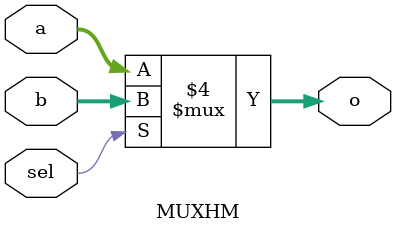
<source format=v>
`timescale 1ns / 1ps
module MUXHM(input [7:0]a,
             input [7:0]b,
				 input sel,
				 output reg[7:0]o
				
                   
    );
	 always@*begin
	   if(sel==1'b0)
		   o=a;
		else
		   o=b;
			
	end
		


endmodule

</source>
